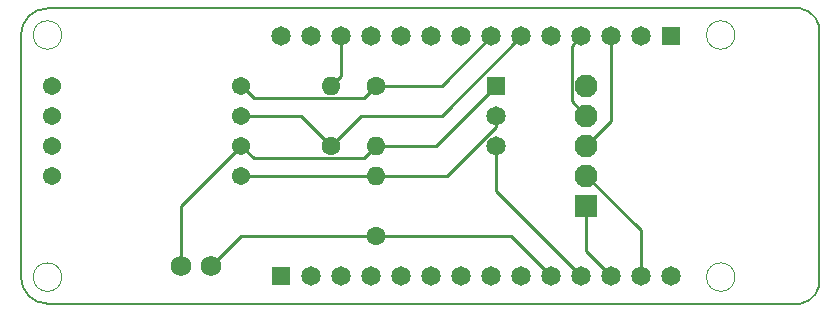
<source format=gbr>
G04 #@! TF.GenerationSoftware,KiCad,Pcbnew,(5.1.6)-1*
G04 #@! TF.CreationDate,2020-05-27T17:34:02-07:00*
G04 #@! TF.ProjectId,MKRShield_v1,4d4b5253-6869-4656-9c64-5f76312e6b69,0.1*
G04 #@! TF.SameCoordinates,Original*
G04 #@! TF.FileFunction,Copper,L1,Top*
G04 #@! TF.FilePolarity,Positive*
%FSLAX46Y46*%
G04 Gerber Fmt 4.6, Leading zero omitted, Abs format (unit mm)*
G04 Created by KiCad (PCBNEW (5.1.6)-1) date 2020-05-27 17:34:02*
%MOMM*%
%LPD*%
G01*
G04 APERTURE LIST*
G04 #@! TA.AperFunction,Profile*
%ADD10C,0.150000*%
G04 #@! TD*
G04 #@! TA.AperFunction,EtchedComponent*
%ADD11C,0.100000*%
G04 #@! TD*
G04 #@! TA.AperFunction,ComponentPad*
%ADD12O,1.600000X1.600000*%
G04 #@! TD*
G04 #@! TA.AperFunction,ComponentPad*
%ADD13C,1.600000*%
G04 #@! TD*
G04 #@! TA.AperFunction,ComponentPad*
%ADD14C,1.650000*%
G04 #@! TD*
G04 #@! TA.AperFunction,ComponentPad*
%ADD15R,1.650000X1.650000*%
G04 #@! TD*
G04 #@! TA.AperFunction,ComponentPad*
%ADD16C,1.755000*%
G04 #@! TD*
G04 #@! TA.AperFunction,ComponentPad*
%ADD17C,1.950000*%
G04 #@! TD*
G04 #@! TA.AperFunction,ComponentPad*
%ADD18R,1.950000X1.950000*%
G04 #@! TD*
G04 #@! TA.AperFunction,ComponentPad*
%ADD19C,1.541000*%
G04 #@! TD*
G04 #@! TA.AperFunction,Conductor*
%ADD20C,0.250000*%
G04 #@! TD*
G04 APERTURE END LIST*
D10*
X180687479Y-117503600D02*
X116937479Y-117503600D01*
X114687479Y-115253600D02*
X114687479Y-94753600D01*
X116937479Y-92503600D02*
X180687479Y-92503600D01*
X114687479Y-115253600D02*
G75*
G03*
X116937479Y-117503600I2250000J0D01*
G01*
X116937479Y-92503600D02*
G75*
G03*
X114687479Y-94753600I0J-2250000D01*
G01*
X180687479Y-117503600D02*
G75*
G03*
X182287479Y-115253600I-325000J1925000D01*
G01*
X180687479Y-92503600D02*
G75*
G02*
X182287479Y-94753600I-325000J-1925000D01*
G01*
X182287479Y-115253600D02*
X182287479Y-94753600D01*
D11*
G04 #@! TO.C,U$5*
X118143979Y-115253600D02*
G75*
G03*
X118143979Y-115253600I-1206500J0D01*
G01*
G04 #@! TO.C,U$6*
X118143979Y-94753600D02*
G75*
G03*
X118143979Y-94753600I-1206500J0D01*
G01*
G04 #@! TO.C,U$7*
X175143979Y-94753600D02*
G75*
G03*
X175143979Y-94753600I-1206500J0D01*
G01*
G04 #@! TO.C,U$8*
X175143979Y-115253600D02*
G75*
G03*
X175143979Y-115253600I-1206500J0D01*
G01*
G04 #@! TD*
D12*
G04 #@! TO.P,Sensor_SDA1,2*
G04 #@! TO.N,Net-(IC1-Pad2)*
X140970000Y-99060000D03*
D13*
G04 #@! TO.P,Sensor_SDA1,1*
G04 #@! TO.N,Net-(IC1-Pad3)*
X140970000Y-104140000D03*
G04 #@! TD*
D12*
G04 #@! TO.P,Sensor_SCL1,2*
G04 #@! TO.N,Net-(IC1-Pad2)*
X144780000Y-104140000D03*
D13*
G04 #@! TO.P,Sensor_SCL1,1*
G04 #@! TO.N,Net-(IC1-Pad4)*
X144780000Y-99060000D03*
G04 #@! TD*
D12*
G04 #@! TO.P,5k1,2*
G04 #@! TO.N,GND*
X144780000Y-106680000D03*
D13*
G04 #@! TO.P,5k1,1*
G04 #@! TO.N,Net-(5k1-Pad1)*
X144780000Y-111760000D03*
G04 #@! TD*
D14*
G04 #@! TO.P,J3,3*
G04 #@! TO.N,Net-(J1-Pad11)*
X154940000Y-104140000D03*
G04 #@! TO.P,J3,2*
G04 #@! TO.N,GND*
X154940000Y-101600000D03*
D15*
G04 #@! TO.P,J3,1*
G04 #@! TO.N,Net-(IC1-Pad2)*
X154940000Y-99060000D03*
G04 #@! TD*
D16*
G04 #@! TO.P,IC2,1*
G04 #@! TO.N,Net-(5k1-Pad1)*
X130810000Y-114300000D03*
G04 #@! TO.P,IC2,2*
G04 #@! TO.N,Net-(IC1-Pad2)*
X128270000Y-114300000D03*
G04 #@! TD*
D17*
G04 #@! TO.P,J4,5*
G04 #@! TO.N,Net-(J4-Pad5)*
X162560000Y-99060000D03*
G04 #@! TO.P,J4,4*
G04 #@! TO.N,Net-(J2-Pad4)*
X162560000Y-101600000D03*
G04 #@! TO.P,J4,3*
G04 #@! TO.N,Net-(J2-Pad3)*
X162560000Y-104140000D03*
G04 #@! TO.P,J4,2*
G04 #@! TO.N,Net-(J1-Pad13)*
X162560000Y-106680000D03*
D18*
G04 #@! TO.P,J4,1*
G04 #@! TO.N,Net-(J1-Pad12)*
X162560000Y-109220000D03*
G04 #@! TD*
D19*
G04 #@! TO.P,IC1,8*
G04 #@! TO.N,Net-(IC1-Pad8)*
X117350000Y-106680000D03*
G04 #@! TO.P,IC1,7*
G04 #@! TO.N,Net-(IC1-Pad7)*
X117350000Y-104140000D03*
G04 #@! TO.P,IC1,6*
G04 #@! TO.N,Net-(IC1-Pad6)*
X117350000Y-101600000D03*
G04 #@! TO.P,IC1,5*
G04 #@! TO.N,Net-(IC1-Pad5)*
X117350000Y-99060000D03*
G04 #@! TO.P,IC1,4*
G04 #@! TO.N,Net-(IC1-Pad4)*
X133350000Y-99060000D03*
G04 #@! TO.P,IC1,3*
G04 #@! TO.N,Net-(IC1-Pad3)*
X133350000Y-101600000D03*
G04 #@! TO.P,IC1,2*
G04 #@! TO.N,Net-(IC1-Pad2)*
X133350000Y-104140000D03*
G04 #@! TO.P,IC1,1*
G04 #@! TO.N,GND*
X133350000Y-106680000D03*
G04 #@! TD*
D15*
G04 #@! TO.P,J1,1*
G04 #@! TO.N,Net-(J1-Pad1)*
X136690000Y-115150000D03*
D14*
G04 #@! TO.P,J1,2*
G04 #@! TO.N,Net-(J1-Pad2)*
X139230000Y-115150000D03*
G04 #@! TO.P,J1,3*
G04 #@! TO.N,Net-(J1-Pad3)*
X141770000Y-115150000D03*
G04 #@! TO.P,J1,4*
G04 #@! TO.N,Net-(J1-Pad4)*
X144310000Y-115150000D03*
G04 #@! TO.P,J1,5*
G04 #@! TO.N,Net-(J1-Pad5)*
X146850000Y-115150000D03*
G04 #@! TO.P,J1,6*
G04 #@! TO.N,Net-(J1-Pad6)*
X149390000Y-115150000D03*
G04 #@! TO.P,J1,7*
G04 #@! TO.N,Net-(J1-Pad7)*
X151930000Y-115150000D03*
G04 #@! TO.P,J1,8*
G04 #@! TO.N,Net-(J1-Pad8)*
X154470000Y-115150000D03*
G04 #@! TO.P,J1,9*
G04 #@! TO.N,Net-(J1-Pad9)*
X157010000Y-115150000D03*
G04 #@! TO.P,J1,10*
G04 #@! TO.N,Net-(5k1-Pad1)*
X159550000Y-115150000D03*
G04 #@! TO.P,J1,11*
G04 #@! TO.N,Net-(J1-Pad11)*
X162090000Y-115150000D03*
G04 #@! TO.P,J1,12*
G04 #@! TO.N,Net-(J1-Pad12)*
X164630000Y-115150000D03*
G04 #@! TO.P,J1,13*
G04 #@! TO.N,Net-(J1-Pad13)*
X167170000Y-115150000D03*
G04 #@! TO.P,J1,14*
G04 #@! TO.N,Net-(J1-Pad14)*
X169710000Y-115150000D03*
G04 #@! TD*
G04 #@! TO.P,J2,14*
G04 #@! TO.N,Net-(J2-Pad14)*
X136740000Y-94850000D03*
G04 #@! TO.P,J2,13*
G04 #@! TO.N,Net-(J2-Pad13)*
X139280000Y-94850000D03*
G04 #@! TO.P,J2,12*
G04 #@! TO.N,Net-(IC1-Pad2)*
X141820000Y-94850000D03*
G04 #@! TO.P,J2,11*
G04 #@! TO.N,GND*
X144360000Y-94850000D03*
G04 #@! TO.P,J2,10*
G04 #@! TO.N,/RESET*
X146900000Y-94850000D03*
G04 #@! TO.P,J2,9*
G04 #@! TO.N,Net-(J2-Pad9)*
X149440000Y-94850000D03*
G04 #@! TO.P,J2,8*
G04 #@! TO.N,Net-(J2-Pad8)*
X151980000Y-94850000D03*
G04 #@! TO.P,J2,7*
G04 #@! TO.N,Net-(IC1-Pad4)*
X154520000Y-94850000D03*
G04 #@! TO.P,J2,6*
G04 #@! TO.N,Net-(IC1-Pad3)*
X157060000Y-94850000D03*
G04 #@! TO.P,J2,5*
G04 #@! TO.N,Net-(J2-Pad5)*
X159600000Y-94850000D03*
G04 #@! TO.P,J2,4*
G04 #@! TO.N,Net-(J2-Pad4)*
X162140000Y-94850000D03*
G04 #@! TO.P,J2,3*
G04 #@! TO.N,Net-(J2-Pad3)*
X164680000Y-94850000D03*
G04 #@! TO.P,J2,2*
G04 #@! TO.N,Net-(J2-Pad2)*
X167220000Y-94850000D03*
D15*
G04 #@! TO.P,J2,1*
G04 #@! TO.N,Net-(J2-Pad1)*
X169760000Y-94850000D03*
G04 #@! TD*
D20*
G04 #@! TO.N,GND*
X133350000Y-106680000D02*
X146050000Y-106680000D01*
X154940000Y-102546038D02*
X154940000Y-101600000D01*
X150806038Y-106680000D02*
X154940000Y-102546038D01*
X146050000Y-106680000D02*
X150806038Y-106680000D01*
G04 #@! TO.N,Net-(5k1-Pad1)*
X156160000Y-111760000D02*
X159550000Y-115150000D01*
X133350000Y-111760000D02*
X144780000Y-111760000D01*
X130810000Y-114300000D02*
X133350000Y-111760000D01*
X144780000Y-111760000D02*
X156210000Y-111760000D01*
X156210000Y-111810000D02*
X159550000Y-115150000D01*
X156210000Y-111760000D02*
X156210000Y-111810000D01*
G04 #@! TO.N,Net-(IC1-Pad4)*
X150310000Y-99060000D02*
X154520000Y-94850000D01*
X144780000Y-99060000D02*
X150310000Y-99060000D01*
X133727010Y-99437010D02*
X133350000Y-99437010D01*
X134402001Y-100112001D02*
X133727010Y-99437010D01*
X144780000Y-99060000D02*
X143727999Y-100112001D01*
X143727999Y-100112001D02*
X134402001Y-100112001D01*
G04 #@! TO.N,Net-(IC1-Pad3)*
X150310000Y-101600000D02*
X157060000Y-94850000D01*
X143510000Y-101600000D02*
X150310000Y-101600000D01*
X140970000Y-104140000D02*
X143510000Y-101600000D01*
X138430000Y-101600000D02*
X140970000Y-104140000D01*
X133350000Y-101600000D02*
X138430000Y-101600000D01*
G04 #@! TO.N,Net-(IC1-Pad2)*
X133350000Y-104140000D02*
X134402001Y-105192001D01*
X141820000Y-94830000D02*
X141820000Y-94850000D01*
X149860000Y-104140000D02*
X154940000Y-99060000D01*
X141820000Y-98210000D02*
X140970000Y-99060000D01*
X141820000Y-94850000D02*
X141820000Y-98210000D01*
X143727999Y-105192001D02*
X144780000Y-104140000D01*
X144780000Y-104140000D02*
X149860000Y-104140000D01*
X134402001Y-105192001D02*
X143727999Y-105192001D01*
X128270000Y-109220000D02*
X128270000Y-114300000D01*
X133350000Y-104140000D02*
X128270000Y-109220000D01*
G04 #@! TO.N,Net-(J1-Pad12)*
X162560000Y-113080000D02*
X164630000Y-115150000D01*
X162560000Y-109220000D02*
X162560000Y-113080000D01*
G04 #@! TO.N,Net-(J1-Pad13)*
X167170000Y-111290000D02*
X167170000Y-115150000D01*
X162560000Y-106680000D02*
X167170000Y-111290000D01*
G04 #@! TO.N,Net-(J2-Pad4)*
X161315001Y-100355001D02*
X162560000Y-101600000D01*
X161315001Y-95674999D02*
X161315001Y-100355001D01*
X162140000Y-94850000D02*
X161315001Y-95674999D01*
G04 #@! TO.N,Net-(J2-Pad3)*
X164680000Y-102020000D02*
X162560000Y-104140000D01*
X164680000Y-94850000D02*
X164680000Y-102020000D01*
G04 #@! TO.N,Net-(J1-Pad11)*
X154940000Y-108000000D02*
X162090000Y-115150000D01*
X154940000Y-104140000D02*
X154940000Y-108000000D01*
G04 #@! TD*
M02*

</source>
